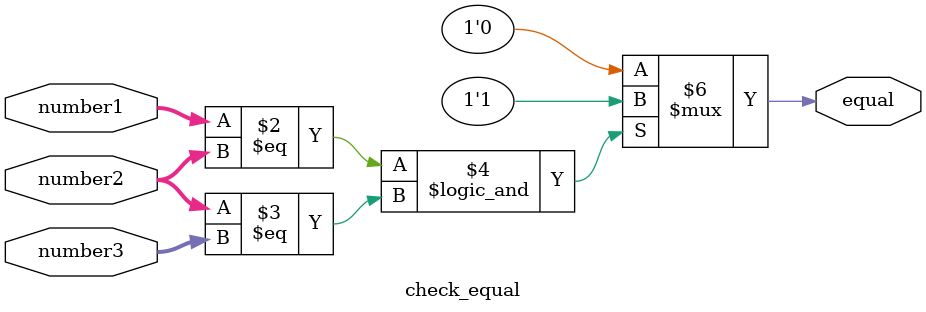
<source format=sv>
module check_equal (
	input [6:0] number1,
	input [6:0] number2,
	input [6:0] number3,
	output reg equal
);
	always @(*) begin
		if (number1 == number2 && number2 == number3)
			equal = 1'b1;
		else
			equal = 1'b0;
	end

endmodule

</source>
